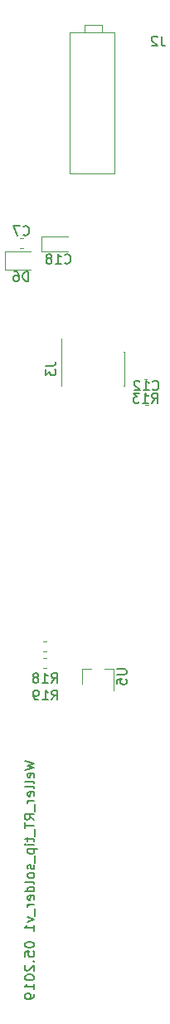
<source format=gbr>
G04 #@! TF.GenerationSoftware,KiCad,Pcbnew,(5.1.0)-1*
G04 #@! TF.CreationDate,2019-05-29T20:43:47+02:00*
G04 #@! TF.ProjectId,WELLER,57454c4c-4552-42e6-9b69-6361645f7063,rev?*
G04 #@! TF.SameCoordinates,Original*
G04 #@! TF.FileFunction,Legend,Bot*
G04 #@! TF.FilePolarity,Positive*
%FSLAX46Y46*%
G04 Gerber Fmt 4.6, Leading zero omitted, Abs format (unit mm)*
G04 Created by KiCad (PCBNEW (5.1.0)-1) date 2019-05-29 20:43:47*
%MOMM*%
%LPD*%
G04 APERTURE LIST*
%ADD10C,0.150000*%
%ADD11C,0.120000*%
G04 APERTURE END LIST*
D10*
X122266460Y-99784782D02*
X123266460Y-100022878D01*
X122552175Y-100213354D01*
X123266460Y-100403830D01*
X122266460Y-100641925D01*
X123218841Y-101403830D02*
X123266460Y-101308592D01*
X123266460Y-101118116D01*
X123218841Y-101022878D01*
X123123603Y-100975259D01*
X122742651Y-100975259D01*
X122647413Y-101022878D01*
X122599794Y-101118116D01*
X122599794Y-101308592D01*
X122647413Y-101403830D01*
X122742651Y-101451449D01*
X122837889Y-101451449D01*
X122933127Y-100975259D01*
X123266460Y-102022878D02*
X123218841Y-101927640D01*
X123123603Y-101880020D01*
X122266460Y-101880020D01*
X123266460Y-102546687D02*
X123218841Y-102451449D01*
X123123603Y-102403830D01*
X122266460Y-102403830D01*
X123218841Y-103308592D02*
X123266460Y-103213354D01*
X123266460Y-103022878D01*
X123218841Y-102927639D01*
X123123603Y-102880020D01*
X122742651Y-102880020D01*
X122647413Y-102927639D01*
X122599794Y-103022878D01*
X122599794Y-103213354D01*
X122647413Y-103308592D01*
X122742651Y-103356211D01*
X122837889Y-103356211D01*
X122933127Y-102880020D01*
X123266460Y-103784782D02*
X122599794Y-103784782D01*
X122790270Y-103784782D02*
X122695032Y-103832401D01*
X122647413Y-103880020D01*
X122599794Y-103975259D01*
X122599794Y-104070497D01*
X123361699Y-104165735D02*
X123361699Y-104927639D01*
X123266460Y-105737163D02*
X122790270Y-105403830D01*
X123266460Y-105165735D02*
X122266460Y-105165735D01*
X122266460Y-105546687D01*
X122314080Y-105641925D01*
X122361699Y-105689544D01*
X122456937Y-105737163D01*
X122599794Y-105737163D01*
X122695032Y-105689544D01*
X122742651Y-105641925D01*
X122790270Y-105546687D01*
X122790270Y-105165735D01*
X122266460Y-106022878D02*
X122266460Y-106594306D01*
X123266460Y-106308592D02*
X122266460Y-106308592D01*
X123361699Y-106689544D02*
X123361699Y-107451449D01*
X122599794Y-107546687D02*
X122599794Y-107927639D01*
X122266460Y-107689544D02*
X123123603Y-107689544D01*
X123218841Y-107737163D01*
X123266460Y-107832401D01*
X123266460Y-107927639D01*
X123266460Y-108260973D02*
X122599794Y-108260973D01*
X122266460Y-108260973D02*
X122314080Y-108213354D01*
X122361699Y-108260973D01*
X122314080Y-108308592D01*
X122266460Y-108260973D01*
X122361699Y-108260973D01*
X122599794Y-108737163D02*
X123599794Y-108737163D01*
X122647413Y-108737163D02*
X122599794Y-108832401D01*
X122599794Y-109022878D01*
X122647413Y-109118116D01*
X122695032Y-109165735D01*
X122790270Y-109213354D01*
X123075984Y-109213354D01*
X123171222Y-109165735D01*
X123218841Y-109118116D01*
X123266460Y-109022878D01*
X123266460Y-108832401D01*
X123218841Y-108737163D01*
X123361699Y-109403830D02*
X123361699Y-110165735D01*
X123218841Y-110356211D02*
X123266460Y-110451449D01*
X123266460Y-110641925D01*
X123218841Y-110737163D01*
X123123603Y-110784782D01*
X123075984Y-110784782D01*
X122980746Y-110737163D01*
X122933127Y-110641925D01*
X122933127Y-110499068D01*
X122885508Y-110403830D01*
X122790270Y-110356211D01*
X122742651Y-110356211D01*
X122647413Y-110403830D01*
X122599794Y-110499068D01*
X122599794Y-110641925D01*
X122647413Y-110737163D01*
X123266460Y-111356211D02*
X123218841Y-111260973D01*
X123171222Y-111213354D01*
X123075984Y-111165735D01*
X122790270Y-111165735D01*
X122695032Y-111213354D01*
X122647413Y-111260973D01*
X122599794Y-111356211D01*
X122599794Y-111499068D01*
X122647413Y-111594306D01*
X122695032Y-111641925D01*
X122790270Y-111689544D01*
X123075984Y-111689544D01*
X123171222Y-111641925D01*
X123218841Y-111594306D01*
X123266460Y-111499068D01*
X123266460Y-111356211D01*
X123266460Y-112260973D02*
X123218841Y-112165735D01*
X123123603Y-112118116D01*
X122266460Y-112118116D01*
X123266460Y-113070497D02*
X122266460Y-113070497D01*
X123218841Y-113070497D02*
X123266460Y-112975259D01*
X123266460Y-112784782D01*
X123218841Y-112689544D01*
X123171222Y-112641925D01*
X123075984Y-112594306D01*
X122790270Y-112594306D01*
X122695032Y-112641925D01*
X122647413Y-112689544D01*
X122599794Y-112784782D01*
X122599794Y-112975259D01*
X122647413Y-113070497D01*
X123218841Y-113927639D02*
X123266460Y-113832401D01*
X123266460Y-113641925D01*
X123218841Y-113546687D01*
X123123603Y-113499068D01*
X122742651Y-113499068D01*
X122647413Y-113546687D01*
X122599794Y-113641925D01*
X122599794Y-113832401D01*
X122647413Y-113927639D01*
X122742651Y-113975259D01*
X122837889Y-113975259D01*
X122933127Y-113499068D01*
X123266460Y-114403830D02*
X122599794Y-114403830D01*
X122790270Y-114403830D02*
X122695032Y-114451449D01*
X122647413Y-114499068D01*
X122599794Y-114594306D01*
X122599794Y-114689544D01*
X123361699Y-114784782D02*
X123361699Y-115546687D01*
X122599794Y-115689544D02*
X123266460Y-115927639D01*
X122599794Y-116165735D01*
X123266460Y-117070497D02*
X123266460Y-116499068D01*
X123266460Y-116784782D02*
X122266460Y-116784782D01*
X122409318Y-116689544D01*
X122504556Y-116594306D01*
X122552175Y-116499068D01*
X122266460Y-118451449D02*
X122266460Y-118546687D01*
X122314080Y-118641925D01*
X122361699Y-118689544D01*
X122456937Y-118737163D01*
X122647413Y-118784782D01*
X122885508Y-118784782D01*
X123075984Y-118737163D01*
X123171222Y-118689544D01*
X123218841Y-118641925D01*
X123266460Y-118546687D01*
X123266460Y-118451449D01*
X123218841Y-118356211D01*
X123171222Y-118308592D01*
X123075984Y-118260973D01*
X122885508Y-118213354D01*
X122647413Y-118213354D01*
X122456937Y-118260973D01*
X122361699Y-118308592D01*
X122314080Y-118356211D01*
X122266460Y-118451449D01*
X122266460Y-119689544D02*
X122266460Y-119213354D01*
X122742651Y-119165735D01*
X122695032Y-119213354D01*
X122647413Y-119308592D01*
X122647413Y-119546687D01*
X122695032Y-119641925D01*
X122742651Y-119689544D01*
X122837889Y-119737163D01*
X123075984Y-119737163D01*
X123171222Y-119689544D01*
X123218841Y-119641925D01*
X123266460Y-119546687D01*
X123266460Y-119308592D01*
X123218841Y-119213354D01*
X123171222Y-119165735D01*
X123171222Y-120165735D02*
X123218841Y-120213354D01*
X123266460Y-120165735D01*
X123218841Y-120118116D01*
X123171222Y-120165735D01*
X123266460Y-120165735D01*
X122361699Y-120594306D02*
X122314080Y-120641925D01*
X122266460Y-120737163D01*
X122266460Y-120975259D01*
X122314080Y-121070497D01*
X122361699Y-121118116D01*
X122456937Y-121165735D01*
X122552175Y-121165735D01*
X122695032Y-121118116D01*
X123266460Y-120546687D01*
X123266460Y-121165735D01*
X122266460Y-121784782D02*
X122266460Y-121880020D01*
X122314080Y-121975259D01*
X122361699Y-122022878D01*
X122456937Y-122070497D01*
X122647413Y-122118116D01*
X122885508Y-122118116D01*
X123075984Y-122070497D01*
X123171222Y-122022878D01*
X123218841Y-121975259D01*
X123266460Y-121880020D01*
X123266460Y-121784782D01*
X123218841Y-121689544D01*
X123171222Y-121641925D01*
X123075984Y-121594306D01*
X122885508Y-121546687D01*
X122647413Y-121546687D01*
X122456937Y-121594306D01*
X122361699Y-121641925D01*
X122314080Y-121689544D01*
X122266460Y-121784782D01*
X123266460Y-123070497D02*
X123266460Y-122499068D01*
X123266460Y-122784782D02*
X122266460Y-122784782D01*
X122409318Y-122689544D01*
X122504556Y-122594306D01*
X122552175Y-122499068D01*
X123266460Y-123546687D02*
X123266460Y-123737163D01*
X123218841Y-123832401D01*
X123171222Y-123880020D01*
X123028365Y-123975259D01*
X122837889Y-124022878D01*
X122456937Y-124022878D01*
X122361699Y-123975259D01*
X122314080Y-123927639D01*
X122266460Y-123832401D01*
X122266460Y-123641925D01*
X122314080Y-123546687D01*
X122361699Y-123499068D01*
X122456937Y-123451449D01*
X122695032Y-123451449D01*
X122790270Y-123499068D01*
X122837889Y-123546687D01*
X122885508Y-123641925D01*
X122885508Y-123832401D01*
X122837889Y-123927639D01*
X122790270Y-123975259D01*
X122695032Y-124022878D01*
D11*
X130195000Y-24675800D02*
X130195000Y-25450800D01*
X128370000Y-24675800D02*
X130195000Y-24675800D01*
X128370000Y-25450800D02*
X128370000Y-24675800D01*
X131445000Y-39800800D02*
X131445000Y-25450800D01*
X126895000Y-25450800D02*
X131445000Y-25450800D01*
X126895000Y-39800800D02*
X126895000Y-25450800D01*
X131445000Y-39800800D02*
X126895000Y-39800800D01*
X128163200Y-90375200D02*
X128163200Y-91835200D01*
X131323200Y-90375200D02*
X131323200Y-92535200D01*
X131323200Y-90375200D02*
X130393200Y-90375200D01*
X128163200Y-90375200D02*
X129093200Y-90375200D01*
X124465299Y-90232960D02*
X124139741Y-90232960D01*
X124465299Y-89212960D02*
X124139741Y-89212960D01*
X124144821Y-87561960D02*
X124470379Y-87561960D01*
X124144821Y-88581960D02*
X124470379Y-88581960D01*
X132410280Y-61505800D02*
X132475280Y-61505800D01*
X132410280Y-57975800D02*
X132475280Y-57975800D01*
X126005280Y-61505800D02*
X126070280Y-61505800D01*
X126005280Y-57975800D02*
X126070280Y-57975800D01*
X126070280Y-56650800D02*
X126070280Y-57975800D01*
X132475280Y-57975800D02*
X132475280Y-61505800D01*
X126005280Y-57975800D02*
X126005280Y-61505800D01*
X124020000Y-46205000D02*
X126730000Y-46205000D01*
X124020000Y-47775000D02*
X124020000Y-46205000D01*
X126730000Y-47775000D02*
X124020000Y-47775000D01*
X120237300Y-47731800D02*
X122922300Y-47731800D01*
X120237300Y-49651800D02*
X120237300Y-47731800D01*
X122922300Y-49651800D02*
X120237300Y-49651800D01*
X134462301Y-60825920D02*
X134787859Y-60825920D01*
X134462301Y-61845920D02*
X134787859Y-61845920D01*
X134882707Y-63425800D02*
X134540173Y-63425800D01*
X134882707Y-62405800D02*
X134540173Y-62405800D01*
X121799533Y-46378400D02*
X122142067Y-46378400D01*
X121799533Y-47398400D02*
X122142067Y-47398400D01*
D10*
X136238573Y-25792180D02*
X136238573Y-26506466D01*
X136286192Y-26649323D01*
X136381430Y-26744561D01*
X136524287Y-26792180D01*
X136619525Y-26792180D01*
X135810001Y-25887419D02*
X135762382Y-25839800D01*
X135667144Y-25792180D01*
X135429049Y-25792180D01*
X135333811Y-25839800D01*
X135286192Y-25887419D01*
X135238573Y-25982657D01*
X135238573Y-26077895D01*
X135286192Y-26220752D01*
X135857620Y-26792180D01*
X135238573Y-26792180D01*
X131695580Y-90373295D02*
X132505104Y-90373295D01*
X132600342Y-90420914D01*
X132647961Y-90468533D01*
X132695580Y-90563771D01*
X132695580Y-90754247D01*
X132647961Y-90849485D01*
X132600342Y-90897104D01*
X132505104Y-90944723D01*
X131695580Y-90944723D01*
X131695580Y-91897104D02*
X131695580Y-91420914D01*
X132171771Y-91373295D01*
X132124152Y-91420914D01*
X132076533Y-91516152D01*
X132076533Y-91754247D01*
X132124152Y-91849485D01*
X132171771Y-91897104D01*
X132267009Y-91944723D01*
X132505104Y-91944723D01*
X132600342Y-91897104D01*
X132647961Y-91849485D01*
X132695580Y-91754247D01*
X132695580Y-91516152D01*
X132647961Y-91420914D01*
X132600342Y-91373295D01*
X125052057Y-93512900D02*
X125385390Y-93036710D01*
X125623485Y-93512900D02*
X125623485Y-92512900D01*
X125242533Y-92512900D01*
X125147295Y-92560520D01*
X125099676Y-92608139D01*
X125052057Y-92703377D01*
X125052057Y-92846234D01*
X125099676Y-92941472D01*
X125147295Y-92989091D01*
X125242533Y-93036710D01*
X125623485Y-93036710D01*
X124099676Y-93512900D02*
X124671104Y-93512900D01*
X124385390Y-93512900D02*
X124385390Y-92512900D01*
X124480628Y-92655758D01*
X124575866Y-92750996D01*
X124671104Y-92798615D01*
X123623485Y-93512900D02*
X123433009Y-93512900D01*
X123337771Y-93465281D01*
X123290152Y-93417662D01*
X123194914Y-93274805D01*
X123147295Y-93084329D01*
X123147295Y-92703377D01*
X123194914Y-92608139D01*
X123242533Y-92560520D01*
X123337771Y-92512900D01*
X123528247Y-92512900D01*
X123623485Y-92560520D01*
X123671104Y-92608139D01*
X123718723Y-92703377D01*
X123718723Y-92941472D01*
X123671104Y-93036710D01*
X123623485Y-93084329D01*
X123528247Y-93131948D01*
X123337771Y-93131948D01*
X123242533Y-93084329D01*
X123194914Y-93036710D01*
X123147295Y-92941472D01*
X125016497Y-91775540D02*
X125349830Y-91299350D01*
X125587925Y-91775540D02*
X125587925Y-90775540D01*
X125206973Y-90775540D01*
X125111735Y-90823160D01*
X125064116Y-90870779D01*
X125016497Y-90966017D01*
X125016497Y-91108874D01*
X125064116Y-91204112D01*
X125111735Y-91251731D01*
X125206973Y-91299350D01*
X125587925Y-91299350D01*
X124064116Y-91775540D02*
X124635544Y-91775540D01*
X124349830Y-91775540D02*
X124349830Y-90775540D01*
X124445068Y-90918398D01*
X124540306Y-91013636D01*
X124635544Y-91061255D01*
X123492687Y-91204112D02*
X123587925Y-91156493D01*
X123635544Y-91108874D01*
X123683163Y-91013636D01*
X123683163Y-90966017D01*
X123635544Y-90870779D01*
X123587925Y-90823160D01*
X123492687Y-90775540D01*
X123302211Y-90775540D01*
X123206973Y-90823160D01*
X123159354Y-90870779D01*
X123111735Y-90966017D01*
X123111735Y-91013636D01*
X123159354Y-91108874D01*
X123206973Y-91156493D01*
X123302211Y-91204112D01*
X123492687Y-91204112D01*
X123587925Y-91251731D01*
X123635544Y-91299350D01*
X123683163Y-91394588D01*
X123683163Y-91585064D01*
X123635544Y-91680302D01*
X123587925Y-91727921D01*
X123492687Y-91775540D01*
X123302211Y-91775540D01*
X123206973Y-91727921D01*
X123159354Y-91680302D01*
X123111735Y-91585064D01*
X123111735Y-91394588D01*
X123159354Y-91299350D01*
X123206973Y-91251731D01*
X123302211Y-91204112D01*
X124457660Y-59407466D02*
X125171946Y-59407466D01*
X125314803Y-59359847D01*
X125410041Y-59264609D01*
X125457660Y-59121752D01*
X125457660Y-59026514D01*
X124457660Y-59788419D02*
X124457660Y-60407466D01*
X124838613Y-60074133D01*
X124838613Y-60216990D01*
X124886232Y-60312228D01*
X124933851Y-60359847D01*
X125029089Y-60407466D01*
X125267184Y-60407466D01*
X125362422Y-60359847D01*
X125410041Y-60312228D01*
X125457660Y-60216990D01*
X125457660Y-59931276D01*
X125410041Y-59836038D01*
X125362422Y-59788419D01*
X126372857Y-48927142D02*
X126420476Y-48974761D01*
X126563333Y-49022380D01*
X126658571Y-49022380D01*
X126801428Y-48974761D01*
X126896666Y-48879523D01*
X126944285Y-48784285D01*
X126991904Y-48593809D01*
X126991904Y-48450952D01*
X126944285Y-48260476D01*
X126896666Y-48165238D01*
X126801428Y-48070000D01*
X126658571Y-48022380D01*
X126563333Y-48022380D01*
X126420476Y-48070000D01*
X126372857Y-48117619D01*
X125420476Y-49022380D02*
X125991904Y-49022380D01*
X125706190Y-49022380D02*
X125706190Y-48022380D01*
X125801428Y-48165238D01*
X125896666Y-48260476D01*
X125991904Y-48308095D01*
X124849047Y-48450952D02*
X124944285Y-48403333D01*
X124991904Y-48355714D01*
X125039523Y-48260476D01*
X125039523Y-48212857D01*
X124991904Y-48117619D01*
X124944285Y-48070000D01*
X124849047Y-48022380D01*
X124658571Y-48022380D01*
X124563333Y-48070000D01*
X124515714Y-48117619D01*
X124468095Y-48212857D01*
X124468095Y-48260476D01*
X124515714Y-48355714D01*
X124563333Y-48403333D01*
X124658571Y-48450952D01*
X124849047Y-48450952D01*
X124944285Y-48498571D01*
X124991904Y-48546190D01*
X125039523Y-48641428D01*
X125039523Y-48831904D01*
X124991904Y-48927142D01*
X124944285Y-48974761D01*
X124849047Y-49022380D01*
X124658571Y-49022380D01*
X124563333Y-48974761D01*
X124515714Y-48927142D01*
X124468095Y-48831904D01*
X124468095Y-48641428D01*
X124515714Y-48546190D01*
X124563333Y-48498571D01*
X124658571Y-48450952D01*
X122660395Y-50794180D02*
X122660395Y-49794180D01*
X122422300Y-49794180D01*
X122279442Y-49841800D01*
X122184204Y-49937038D01*
X122136585Y-50032276D01*
X122088966Y-50222752D01*
X122088966Y-50365609D01*
X122136585Y-50556085D01*
X122184204Y-50651323D01*
X122279442Y-50746561D01*
X122422300Y-50794180D01*
X122660395Y-50794180D01*
X121231823Y-49794180D02*
X121422300Y-49794180D01*
X121517538Y-49841800D01*
X121565157Y-49889419D01*
X121660395Y-50032276D01*
X121708014Y-50222752D01*
X121708014Y-50603704D01*
X121660395Y-50698942D01*
X121612776Y-50746561D01*
X121517538Y-50794180D01*
X121327061Y-50794180D01*
X121231823Y-50746561D01*
X121184204Y-50698942D01*
X121136585Y-50603704D01*
X121136585Y-50365609D01*
X121184204Y-50270371D01*
X121231823Y-50222752D01*
X121327061Y-50175133D01*
X121517538Y-50175133D01*
X121612776Y-50222752D01*
X121660395Y-50270371D01*
X121708014Y-50365609D01*
X135267937Y-63218300D02*
X135601270Y-62742110D01*
X135839365Y-63218300D02*
X135839365Y-62218300D01*
X135458413Y-62218300D01*
X135363175Y-62265920D01*
X135315556Y-62313539D01*
X135267937Y-62408777D01*
X135267937Y-62551634D01*
X135315556Y-62646872D01*
X135363175Y-62694491D01*
X135458413Y-62742110D01*
X135839365Y-62742110D01*
X134315556Y-63218300D02*
X134886984Y-63218300D01*
X134601270Y-63218300D02*
X134601270Y-62218300D01*
X134696508Y-62361158D01*
X134791746Y-62456396D01*
X134886984Y-62504015D01*
X133982222Y-62218300D02*
X133363175Y-62218300D01*
X133696508Y-62599253D01*
X133553651Y-62599253D01*
X133458413Y-62646872D01*
X133410794Y-62694491D01*
X133363175Y-62789729D01*
X133363175Y-63027824D01*
X133410794Y-63123062D01*
X133458413Y-63170681D01*
X133553651Y-63218300D01*
X133839365Y-63218300D01*
X133934603Y-63170681D01*
X133982222Y-63123062D01*
X135354297Y-61842942D02*
X135401916Y-61890561D01*
X135544773Y-61938180D01*
X135640011Y-61938180D01*
X135782868Y-61890561D01*
X135878106Y-61795323D01*
X135925725Y-61700085D01*
X135973344Y-61509609D01*
X135973344Y-61366752D01*
X135925725Y-61176276D01*
X135878106Y-61081038D01*
X135782868Y-60985800D01*
X135640011Y-60938180D01*
X135544773Y-60938180D01*
X135401916Y-60985800D01*
X135354297Y-61033419D01*
X134401916Y-61938180D02*
X134973344Y-61938180D01*
X134687630Y-61938180D02*
X134687630Y-60938180D01*
X134782868Y-61081038D01*
X134878106Y-61176276D01*
X134973344Y-61223895D01*
X134020963Y-61033419D02*
X133973344Y-60985800D01*
X133878106Y-60938180D01*
X133640011Y-60938180D01*
X133544773Y-60985800D01*
X133497154Y-61033419D01*
X133449535Y-61128657D01*
X133449535Y-61223895D01*
X133497154Y-61366752D01*
X134068582Y-61938180D01*
X133449535Y-61938180D01*
X122137466Y-46051742D02*
X122185085Y-46099361D01*
X122327942Y-46146980D01*
X122423180Y-46146980D01*
X122566038Y-46099361D01*
X122661276Y-46004123D01*
X122708895Y-45908885D01*
X122756514Y-45718409D01*
X122756514Y-45575552D01*
X122708895Y-45385076D01*
X122661276Y-45289838D01*
X122566038Y-45194600D01*
X122423180Y-45146980D01*
X122327942Y-45146980D01*
X122185085Y-45194600D01*
X122137466Y-45242219D01*
X121804133Y-45146980D02*
X121137466Y-45146980D01*
X121566038Y-46146980D01*
M02*

</source>
